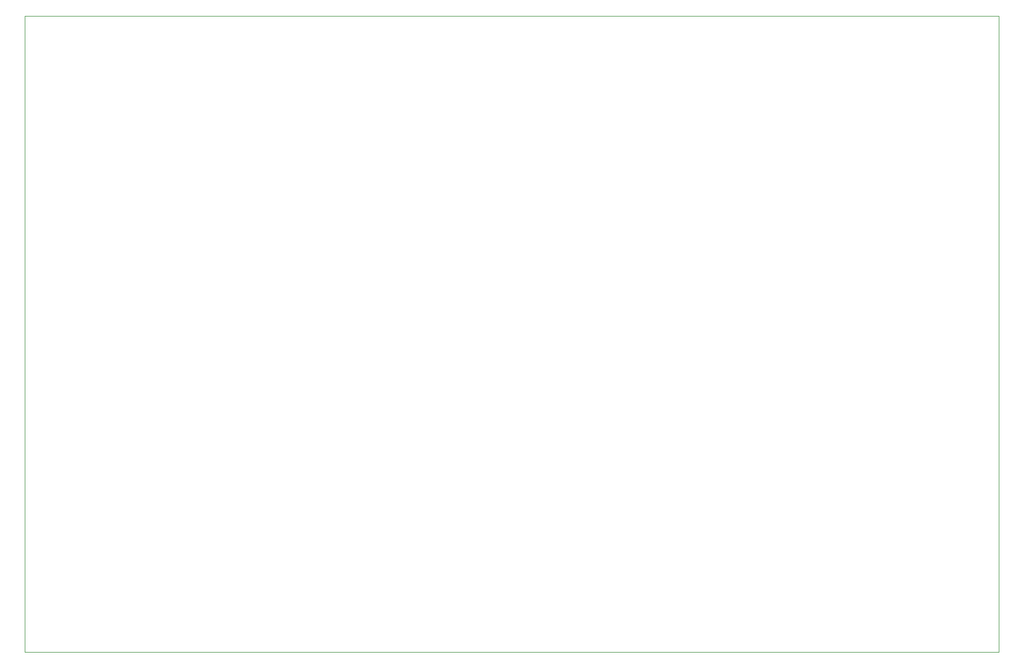
<source format=gbr>
%TF.GenerationSoftware,KiCad,Pcbnew,5.1.9+dfsg1-1+deb11u1*%
%TF.CreationDate,2023-02-15T16:28:34+00:00*%
%TF.ProjectId,bao-board,62616f2d-626f-4617-9264-2e6b69636164,rev?*%
%TF.SameCoordinates,Original*%
%TF.FileFunction,Profile,NP*%
%FSLAX46Y46*%
G04 Gerber Fmt 4.6, Leading zero omitted, Abs format (unit mm)*
G04 Created by KiCad (PCBNEW 5.1.9+dfsg1-1+deb11u1) date 2023-02-15 16:28:34*
%MOMM*%
%LPD*%
G01*
G04 APERTURE LIST*
%TA.AperFunction,Profile*%
%ADD10C,0.050000*%
%TD*%
G04 APERTURE END LIST*
D10*
X69215000Y-142240000D02*
X219075000Y-142240000D01*
X69215000Y-44450000D02*
X69215000Y-142240000D01*
X219075000Y-44450000D02*
X69215000Y-44450000D01*
X219075000Y-142240000D02*
X219075000Y-44450000D01*
M02*

</source>
